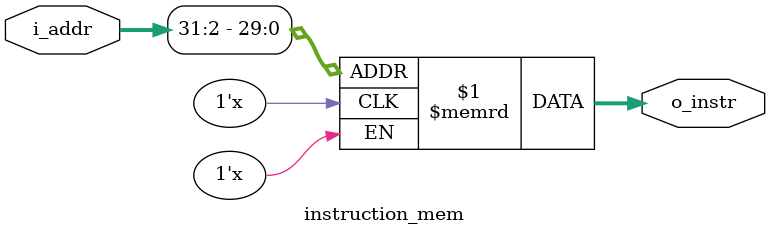
<source format=v>
module instruction_mem (
    input [31:0] i_addr,
    output [31:0] o_instr
);
    reg [31:0] rom [0:16383];
    assign o_instr = rom[i_addr[31:2]];
                   
endmodule

</source>
